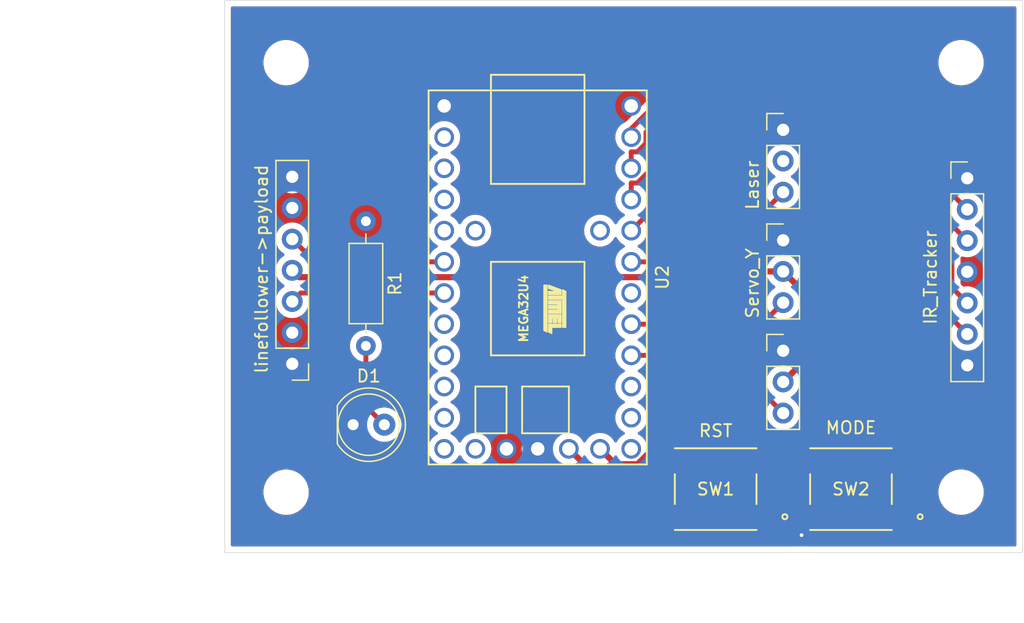
<source format=kicad_pcb>
(kicad_pcb (version 20241229) (generator "pcbnew") (generator_version "9.0")
  (layers (0 "F.Cu" signal) (2 "B.Cu" signal) (13 "F.Paste" user) (15 "B.Paste" user) (5 "F.SilkS" user "F.Silkscreen") (7 "B.SilkS" user "B.Silkscreen") (1 "F.Mask" user) (3 "B.Mask" user) (25 "Edge.Cuts" user))
  (net 0 "")
  (net 1 "GND")
  (net 2 "/ServoX_Sig")
  (net 3 "/VBATT")
  (net 4 "/ServoY_Sig")
  (net 5 "/S2")
  (net 6 "/S4")
  (net 7 "/S3")
  (net 8 "/S1")
  (net 9 "+5V")
  (net 10 "/Laser_EN")
  (net 12 "/slowZone_Sig")
  (net 13 "/tracking_Sig")
  (net 30 "Net-(D1-A)")
  (net 31 "Net-(U2-PD4_ADC8_ICP1)")
  (net 32 "Net-(SW1-A)")
  (footprint "Connector_PinHeader_2.54mm:PinHeader_1x07_P2.54mm_Vertical" (layer "F.Cu") (at 107.5 102.54 180)
    (property "Reference" "J5" (hide yes))
    (property "Value" "linefollower->payload" (at 2.5 7.72 90) (layer "F.SilkS"))
    (fp_line (start 1.33 1.27) (end 1.33 16.57) (stroke (width 0.12)) (layer "F.SilkS"))
    (fp_line (start -1.33 16.57) (end 1.33 16.57) (stroke (width 0.12)) (layer "F.SilkS"))
    (fp_line (start -1.33 1.27) (end 1.33 1.27) (stroke (width 0.12)) (layer "F.SilkS"))
    (fp_line (start -1.33 1.27) (end -1.33 16.57) (stroke (width 0.12)) (layer "F.SilkS"))
    (fp_line (start -1.33 0) (end -1.33 -1.33) (stroke (width 0.12)) (layer "F.SilkS"))
    (fp_line (start -1.33 -1.33) (end 0 -1.33) (stroke (width 0.12)) (layer "F.SilkS"))
    (pad "1" thru_hole rect (at 0 0 180) (size 1.7 1.7) (drill 1) (layers "*.Cu" "*.Mask") (net 1 "GND"))
    (pad "2" thru_hole oval (at 0 2.54 180) (size 1.7 1.7) (drill 1) (layers "*.Cu" "*.Mask") (net 9 "+5V"))
    (pad "3" thru_hole oval (at 0 5.08 180) (size 1.7 1.7) (drill 1) (layers "*.Cu" "*.Mask") (net 13 "/tracking_Sig"))
    (pad "4" thru_hole oval (at 0 7.62 180) (size 1.7 1.7) (drill 1) (layers "*.Cu" "*.Mask") (net 3 "/VBATT"))
    (pad "5" thru_hole oval (at 0 10.16 180) (size 1.7 1.7) (drill 1) (layers "*.Cu" "*.Mask") (net 12 "/slowZone_Sig"))
    (pad "6" thru_hole oval (at 0 12.7 180) (size 1.7 1.7) (drill 1) (layers "*.Cu" "*.Mask") (net 9 "+5V"))
    (pad "7" thru_hole oval (at 0 15.24 180) (size 1.7 1.7) (drill 1) (layers "*.Cu" "*.Mask") (net 1 "GND"))
  )
  (footprint "MountingHole:MountingHole_3.2mm_M3" (layer "F.Cu") (at 162 78)
    (property "Reference" "H2" (hide yes))
    (property "Value" "MountingHole")
    (pad "" np_thru_hole circle (at 0 0) (size 3.2 3.2) (drill 3.2) (layers "*.Cu" "*.Mask"))
  )
  (footprint "MountingHole:MountingHole_3.2mm_M3" (layer "F.Cu") (at 107 78)
    (property "Reference" "H1" (hide yes))
    (property "Value" "MountingHole")
    (pad "" np_thru_hole circle (at 0 0) (size 3.2 3.2) (drill 3.2) (layers "*.Cu" "*.Mask"))
  )
  (footprint "Resistor_THT:R_Axial_DIN0207_L6.3mm_D2.5mm_P10.16mm_Horizontal" (layer "F.Cu") (at 113.5 90.92 -90)
    (property "Reference" "R1" (at 5.08 -2.37 90) (layer "F.SilkS"))
    (property "Value" "100R")
    (fp_line (start 1.81 1.37) (end 8.35 1.37) (stroke (width 0.12)) (layer "F.SilkS"))
    (fp_line (start 8.35 1.37) (end 8.35 -1.37) (stroke (width 0.12)) (layer "F.SilkS"))
    (fp_line (start 1.04 0) (end 1.81 0) (stroke (width 0.12)) (layer "F.SilkS"))
    (fp_line (start 9.12 0) (end 8.35 0) (stroke (width 0.12)) (layer "F.SilkS"))
    (fp_line (start 1.81 -1.37) (end 1.81 1.37) (stroke (width 0.12)) (layer "F.SilkS"))
    (fp_line (start 8.35 -1.37) (end 1.81 -1.37) (stroke (width 0.12)) (layer "F.SilkS"))
    (pad "1" thru_hole circle (at 0 0 270) (size 1.6 1.6) (drill 0.8) (layers "*.Cu" "*.Mask") (net 9 "+5V"))
    (pad "2" thru_hole oval (at 10.16 0 270) (size 1.6 1.6) (drill 0.8) (layers "*.Cu" "*.Mask") (net 30 "Net-(D1-A)"))
  )
  (footprint "Connector_PinHeader_2.54mm:PinHeader_1x03_P2.54mm_Vertical" (layer "F.Cu") (at 147.5 92.475)
    (property "Reference" "J2" (hide yes))
    (property "Value" "Servo_Y" (at -2.5 3.5 90) (layer "F.SilkS"))
    (fp_line (start -1.33 -1.33) (end 0 -1.33) (stroke (width 0.12)) (layer "F.SilkS"))
    (fp_line (start -1.33 0) (end -1.33 -1.33) (stroke (width 0.12)) (layer "F.SilkS"))
    (fp_line (start -1.33 1.27) (end -1.33 6.41) (stroke (width 0.12)) (layer "F.SilkS"))
    (fp_line (start -1.33 1.27) (end 1.33 1.27) (stroke (width 0.12)) (layer "F.SilkS"))
    (fp_line (start -1.33 6.41) (end 1.33 6.41) (stroke (width 0.12)) (layer "F.SilkS"))
    (fp_line (start 1.33 1.27) (end 1.33 6.41) (stroke (width 0.12)) (layer "F.SilkS"))
    (pad "1" thru_hole rect (at 0 0) (size 1.7 1.7) (drill 1) (layers "*.Cu" "*.Mask") (net 1 "GND"))
    (pad "2" thru_hole oval (at 0 2.54) (size 1.7 1.7) (drill 1) (layers "*.Cu" "*.Mask") (net 3 "/VBATT"))
    (pad "3" thru_hole oval (at 0 5.08) (size 1.7 1.7) (drill 1) (layers "*.Cu" "*.Mask") (net 4 "/ServoY_Sig"))
  )
  (footprint "footprints:SO4_222A-M-V-B_CTS" (layer "F.Cu") (at 142 112.749999 180)
    (property "Reference" "SW1" (at 0 0 0) (layer "F.SilkS"))
    (property "Value" "RST" (at 0 4.750001 0) (layer "F.SilkS"))
    (fp_line (start 3.3274 1.217237) (end 3.3274 -1.217237) (stroke (width 0.1524)) (layer "F.SilkS"))
    (fp_line (start 3.3274 -3.3274) (end -3.3274 -3.3274) (stroke (width 0.1524)) (layer "F.SilkS"))
    (fp_line (start -3.3274 3.3274) (end 3.3274 3.3274) (stroke (width 0.1524)) (layer "F.SilkS"))
    (fp_line (start -3.3274 -1.217237) (end -3.3274 1.217237) (stroke (width 0.1524)) (layer "F.SilkS"))
    (fp_circle (center -5.638999 -2.250001) (end -5.435799 -2.250001) (stroke (width 0.1524)) (fill no) (layer "F.SilkS"))
    (pad "1" smd rect (at -3.974998 -2.250001 180) (size 1.549908 1.400048) (layers "F.Cu" "F.Mask" "F.Paste") (net 1 "GND"))
    (pad "2" smd rect (at -3.974998 2.250001 180) (size 1.549908 1.400048) (layers "F.Cu" "F.Mask" "F.Paste") (net 1 "GND"))
    (pad "3" smd rect (at 3.974998 -2.250001 180) (size 1.549908 1.400048) (layers "F.Cu" "F.Mask" "F.Paste") (net 32 "Net-(SW1-A)"))
    (pad "4" smd rect (at 3.974998 2.250001 180) (size 1.549908 1.400048) (layers "F.Cu" "F.Mask" "F.Paste") (net 32 "Net-(SW1-A)"))
  )
  (footprint "Connector_PinHeader_2.54mm:PinHeader_1x03_P2.54mm_Vertical" (layer "F.Cu") (at 147.5 101.475)
    (property "Reference" "J1" (hide yes))
    (property "Value" "Servo_X" (hide yes))
    (fp_line (start -1.33 -1.33) (end 0 -1.33) (stroke (width 0.12)) (layer "F.SilkS"))
    (fp_line (start -1.33 0) (end -1.33 -1.33) (stroke (width 0.12)) (layer "F.SilkS"))
    (fp_line (start -1.33 1.27) (end -1.33 6.41) (stroke (width 0.12)) (layer "F.SilkS"))
    (fp_line (start -1.33 1.27) (end 1.33 1.27) (stroke (width 0.12)) (layer "F.SilkS"))
    (fp_line (start -1.33 6.41) (end 1.33 6.41) (stroke (width 0.12)) (layer "F.SilkS"))
    (fp_line (start 1.33 1.27) (end 1.33 6.41) (stroke (width 0.12)) (layer "F.SilkS"))
    (pad "1" thru_hole rect (at 0 0) (size 1.7 1.7) (drill 1) (layers "*.Cu" "*.Mask") (net 1 "GND"))
    (pad "2" thru_hole oval (at 0 2.54) (size 1.7 1.7) (drill 1) (layers "*.Cu" "*.Mask") (net 3 "/VBATT"))
    (pad "3" thru_hole oval (at 0 5.08) (size 1.7 1.7) (drill 1) (layers "*.Cu" "*.Mask") (net 2 "/ServoX_Sig"))
  )
  (footprint "LED_THT:LED_D5.0mm" (layer "F.Cu") (at 112.46 107.5)
    (property "Reference" "D1" (at 1.27 -3.96 0) (layer "F.SilkS"))
    (property "Value" "PWR")
    (fp_line (start -1.29 -1.545) (end -1.29 1.545) (stroke (width 0.12)) (layer "F.SilkS"))
    (fp_arc (start -1.29 -1.54483) (mid 2.071756 -2.880501) (end 4.26 -0.000048) (stroke (width 0.12)) (layer "F.SilkS"))
    (fp_arc (start 4.26 0.000048) (mid 2.071756 2.880501) (end -1.29 1.54483) (stroke (width 0.12)) (layer "F.SilkS"))
    (fp_circle (center 1.27 0) (end 3.77 0) (stroke (width 0.12)) (fill no) (layer "F.SilkS"))
    (pad "1" thru_hole rect (at 0 0) (size 1.8 1.8) (drill 0.9) (layers "*.Cu" "*.Mask") (net 1 "GND"))
    (pad "2" thru_hole circle (at 2.54 0) (size 1.8 1.8) (drill 0.9) (layers "*.Cu" "*.Mask") (net 30 "Net-(D1-A)"))
  )
  (footprint "footprints:SO4_222A-M-V-B_CTS" (layer "F.Cu") (at 153.025002 112.750001 180)
    (property "Reference" "SW2" (at 0 0 0) (layer "F.SilkS"))
    (property "Value" "MODE" (at 0 5 0) (layer "F.SilkS"))
    (fp_line (start 3.3274 1.217237) (end 3.3274 -1.217237) (stroke (width 0.1524)) (layer "F.SilkS"))
    (fp_line (start 3.3274 -3.3274) (end -3.3274 -3.3274) (stroke (width 0.1524)) (layer "F.SilkS"))
    (fp_line (start -3.3274 3.3274) (end 3.3274 3.3274) (stroke (width 0.1524)) (layer "F.SilkS"))
    (fp_line (start -3.3274 -1.217237) (end -3.3274 1.217237) (stroke (width 0.1524)) (layer "F.SilkS"))
    (fp_circle (center -5.638999 -2.250001) (end -5.435799 -2.250001) (stroke (width 0.1524)) (fill no) (layer "F.SilkS"))
    (pad "1" smd rect (at -3.974998 -2.250001 180) (size 1.549908 1.400048) (layers "F.Cu" "F.Mask" "F.Paste") (net 31 "Net-(U2-PD4_ADC8_ICP1)"))
    (pad "2" smd rect (at -3.974998 2.250001 180) (size 1.549908 1.400048) (layers "F.Cu" "F.Mask" "F.Paste") (net 31 "Net-(U2-PD4_ADC8_ICP1)"))
    (pad "3" smd rect (at 3.974998 -2.250001 180) (size 1.549908 1.400048) (layers "F.Cu" "F.Mask" "F.Paste") (net 1 "GND"))
    (pad "4" smd rect (at 3.974998 2.250001 180) (size 1.549908 1.400048) (layers "F.Cu" "F.Mask" "F.Paste") (net 1 "GND"))
  )
  (footprint "MountingHole:MountingHole_3.2mm_M3" (layer "F.Cu") (at 107 113)
    (property "Reference" "H3" (hide yes))
    (property "Value" "MountingHole")
    (pad "" np_thru_hole circle (at 0 0) (size 3.2 3.2) (drill 3.2) (layers "*.Cu" "*.Mask"))
  )
  (footprint "MountingHole:MountingHole_3.2mm_M3" (layer "F.Cu") (at 162 113)
    (property "Reference" "H4" (hide yes))
    (property "Value" "MountingHole")
    (pad "" np_thru_hole circle (at 0 0) (size 3.2 3.2) (drill 3.2) (layers "*.Cu" "*.Mask"))
  )
  (footprint "Connector_PinHeader_2.54mm:PinHeader_1x07_P2.54mm_Vertical" (layer "F.Cu") (at 162.5 87.42)
    (property "Reference" "J3" (hide yes))
    (property "Value" "IR_Tracker" (at -3 8.08 270) (layer "F.SilkS"))
    (fp_line (start -1.33 -1.33) (end 0 -1.33) (stroke (width 0.12)) (layer "F.SilkS"))
    (fp_line (start -1.33 0) (end -1.33 -1.33) (stroke (width 0.12)) (layer "F.SilkS"))
    (fp_line (start -1.33 1.27) (end -1.33 16.57) (stroke (width 0.12)) (layer "F.SilkS"))
    (fp_line (start -1.33 1.27) (end 1.33 1.27) (stroke (width 0.12)) (layer "F.SilkS"))
    (fp_line (start -1.33 16.57) (end 1.33 16.57) (stroke (width 0.12)) (layer "F.SilkS"))
    (fp_line (start 1.33 1.27) (end 1.33 16.57) (stroke (width 0.12)) (layer "F.SilkS"))
    (pad "1" thru_hole rect (at 0 0) (size 1.7 1.7) (drill 1) (layers "*.Cu" "*.Mask") (net 1 "GND"))
    (pad "2" thru_hole oval (at 0 2.54) (size 1.7 1.7) (drill 1) (layers "*.Cu" "*.Mask") (net 8 "/S1"))
    (pad "3" thru_hole oval (at 0 5.08) (size 1.7 1.7) (drill 1) (layers "*.Cu" "*.Mask") (net 5 "/S2"))
    (pad "4" thru_hole oval (at 0 7.62) (size 1.7 1.7) (drill 1) (layers "*.Cu" "*.Mask") (net 9 "+5V"))
    (pad "5" thru_hole oval (at 0 10.16) (size 1.7 1.7) (drill 1) (layers "*.Cu" "*.Mask") (net 7 "/S3"))
    (pad "6" thru_hole oval (at 0 12.7) (size 1.7 1.7) (drill 1) (layers "*.Cu" "*.Mask") (net 6 "/S4"))
    (pad "7" thru_hole oval (at 0 15.24) (size 1.7 1.7) (drill 1) (layers "*.Cu" "*.Mask") (net 1 "GND"))
  )
  (footprint "footprints:Teensy2.0" (layer "F.Cu") (at 127.5 95.5 -90)
    (property "Reference" "U2" (at 0 -10.16 90) (layer "F.SilkS"))
    (property "Value" "Teensy2.0_(C)")
    (fp_line (start -15.24 8.89) (end -15.24 -8.89) (stroke (width 0.15)) (layer "F.SilkS"))
    (fp_line (start 15.24 8.89) (end -15.24 8.89) (stroke (width 0.15)) (layer "F.SilkS"))
    (fp_line (start 8.89 5.08) (end 12.7 5.08) (stroke (width 0.15)) (layer "F.SilkS"))
    (fp_line (start 12.7 5.08) (end 12.7 2.54) (stroke (width 0.15)) (layer "F.SilkS"))
    (fp_line (start -16.51 3.81) (end -16.51 -3.81) (stroke (width 0.15)) (layer "F.SilkS"))
    (fp_line (start -7.62 3.81) (end -16.51 3.81) (stroke (width 0.15)) (layer "F.SilkS"))
    (fp_line (start -1.27 3.81) (end 6.35 3.81) (stroke (width 0.15)) (layer "F.SilkS"))
    (fp_line (start 6.35 3.81) (end 6.35 -3.81) (stroke (width 0.15)) (layer "F.SilkS"))
    (fp_line (start 8.89 2.54) (end 8.89 5.08) (stroke (width 0.15)) (layer "F.SilkS"))
    (fp_line (start 12.7 2.54) (end 8.89 2.54) (stroke (width 0.15)) (layer "F.SilkS"))
    (fp_line (start 8.89 1.27) (end 12.7 1.27) (stroke (width 0.15)) (layer "F.SilkS"))
    (fp_line (start 12.7 1.27) (end 12.7 -2.54) (stroke (width 0.15)) (layer "F.SilkS"))
    (fp_line (start 8.89 0) (end 8.89 1.27) (stroke (width 0.15)) (layer "F.SilkS"))
    (fp_line (start 8.89 -2.54) (end 8.89 0) (stroke (width 0.15)) (layer "F.SilkS"))
    (fp_line (start 12.7 -2.54) (end 8.89 -2.54) (stroke (width 0.15)) (layer "F.SilkS"))
    (fp_line (start -16.51 -3.81) (end -7.62 -3.81) (stroke (width 0.15)) (layer "F.SilkS"))
    (fp_line (start -7.62 -3.81) (end -7.62 3.81) (stroke (width 0.15)) (layer "F.SilkS"))
    (fp_line (start -1.27 -3.81) (end -1.27 3.81) (stroke (width 0.15)) (layer "F.SilkS"))
    (fp_line (start 6.35 -3.81) (end -1.27 -3.81) (stroke (width 0.15)) (layer "F.SilkS"))
    (fp_line (start -15.24 -8.89) (end 15.24 -8.89) (stroke (width 0.15)) (layer "F.SilkS"))
    (fp_line (start 15.24 -8.89) (end 15.24 8.89) (stroke (width 0.15)) (layer "F.SilkS"))
    (fp_poly (pts (xy 0.635 -0.762) (xy 4.445 -0.762) (xy 4.318 -0.508) (xy 0.635 -0.508)) (stroke (width 0.1)) (fill yes) (layer "F.SilkS"))
    (fp_poly (pts (xy 3.81 -1.905) (xy 3.81 -0.889) (xy 4.445 -0.889) (xy 4.572 -1.143) (xy 4.064 -1.143) (xy 4.064 -1.905)) (stroke (width 0.1)) (fill yes) (layer "F.SilkS"))
    (fp_poly (pts (xy 1.397 -0.889) (xy 1.397 -1.905) (xy 1.016 -1.905) (xy 0.635 -0.889) (xy 0.889 -0.889) (xy 1.143 -1.651) (xy 1.143 -0.889)) (stroke (width 0.1)) (fill yes) (layer "F.SilkS"))
    (fp_poly (pts (xy 4.064 -2.032) (xy 1.778 -2.032) (xy 1.778 -0.889) (xy 1.524 -0.889) (xy 1.524 -2.032) (xy 1.016 -2.032) (xy 1.143 -2.286) (xy 4.064 -2.286)) (stroke (width 0.1)) (fill yes) (layer "F.SilkS"))
    (fp_poly (pts (xy 2.921 -0.889) (xy 2.921 -1.905) (xy 1.905 -1.905) (xy 1.905 -0.889) (xy 2.159 -0.889) (xy 2.159 -1.651) (xy 2.286 -1.651) (xy 2.286 -0.889) (xy 2.54 -0.889) (xy 2.54 -1.651) (xy 2.667 -1.651) (xy 2.667 -0.889)) (stroke (width 0.1)) (fill yes) (layer "F.SilkS"))
    (fp_poly (pts (xy 3.048 -1.905) (xy 3.683 -1.905) (xy 3.683 -1.651) (xy 3.302 -1.651) (xy 3.302 -1.524) (xy 3.683 -1.524) (xy 3.683 -1.27) (xy 3.302 -1.27) (xy 3.302 -1.143) (xy 3.683 -1.143) (xy 3.683 -0.889) (xy 3.048 -0.889)) (stroke (width 0.1)) (fill yes) (layer "F.SilkS"))
    (fp_text user "MEGA32U4" (at 2.54 1.143 90) (layer "F.SilkS") (effects (font (size 0.7 0.7))))
    (pad "1" thru_hole rect (at -13.97 7.62 270) (size 1.6 1.6) (drill 1.1) (layers "*.Cu" "*.Mask") (net 1 "GND"))
    (pad "2" thru_hole circle (at -11.43 7.62 270) (size 1.6 1.6) (drill 1.1) (layers "*.Cu" "*.Mask"))
    (pad "3" thru_hole circle (at -8.89 7.62 270) (size 1.6 1.6) (drill 1.1) (layers "*.Cu" "*.Mask"))
    (pad "4" thru_hole circle (at -6.35 7.62 270) (size 1.6 1.6) (drill 1.1) (layers "*.Cu" "*.Mask"))
    (pad "5" thru_hole circle (at -3.81 7.62 270) (size 1.6 1.6) (drill 1.1) (layers "*.Cu" "*.Mask"))
    (pad "6" thru_hole circle (at -1.27 7.62 270) (size 1.6 1.6) (drill 1.1) (layers "*.Cu" "*.Mask") (net 12 "/slowZone_Sig"))
    (pad "7" thru_hole circle (at 1.27 7.62 270) (size 1.6 1.6) (drill 1.1) (layers "*.Cu" "*.Mask") (net 13 "/tracking_Sig"))
    (pad "8" thru_hole circle (at 3.81 7.62 270) (size 1.6 1.6) (drill 1.1) (layers "*.Cu" "*.Mask"))
    (pad "9" thru_hole circle (at 6.35 7.62 270) (size 1.6 1.6) (drill 1.1) (layers "*.Cu" "*.Mask"))
    (pad "10" thru_hole circle (at 8.89 7.62 270) (size 1.6 1.6) (drill 1.1) (layers "*.Cu" "*.Mask"))
    (pad "11" thru_hole circle (at 11.43 7.62 270) (size 1.6 1.6) (drill 1.1) (layers "*.Cu" "*.Mask"))
    (pad "12" thru_hole circle (at 13.97 7.62 270) (size 1.6 1.6) (drill 1.1) (layers "*.Cu" "*.Mask"))
    (pad "13" thru_hole circle (at 13.97 5.08 270) (size 1.6 1.6) (drill 1.1) (layers "*.Cu" "*.Mask"))
    (pad "14" thru_hole circle (at 13.97 2.54 270) (size 1.6 1.6) (drill 1.1) (layers "*.Cu" "*.Mask") (net 9 "+5V"))
    (pad "15" thru_hole circle (at 13.97 0 270) (size 1.6 1.6) (drill 1.1) (layers "*.Cu" "*.Mask") (net 1 "GND"))
    (pad "16" thru_hole circle (at 13.97 -2.54 270) (size 1.6 1.6) (drill 1.1) (layers "*.Cu" "*.Mask") (net 32 "Net-(SW1-A)"))
    (pad "17" thru_hole circle (at 13.97 -5.08 270) (size 1.6 1.6) (drill 1.1) (layers "*.Cu" "*.Mask") (net 31 "Net-(U2-PD4_ADC8_ICP1)"))
    (pad "18" thru_hole circle (at 13.97 -7.62 270) (size 1.6 1.6) (drill 1.1) (layers "*.Cu" "*.Mask"))
    (pad "19" thru_hole circle (at 11.43 -7.62 270) (size 1.6 1.6) (drill 1.1) (layers "*.Cu" "*.Mask"))
    (pad "20" thru_hole circle (at 8.89 -7.62 270) (size 1.6 1.6) (drill 1.1) (layers "*.Cu" "*.Mask"))
    (pad "21" thru_hole circle (at 6.35 -7.62 270) (size 1.6 1.6) (drill 1.1) (layers "*.Cu" "*.Mask") (net 2 "/ServoX_Sig"))
    (pad "22" thru_hole circle (at 3.81 -7.62 270) (size 1.6 1.6) (drill 1.1) (layers "*.Cu" "*.Mask") (net 4 "/ServoY_Sig"))
    (pad "23" thru_hole circle (at 1.27 -7.62 270) (size 1.6 1.6) (drill 1.1) (layers "*.Cu" "*.Mask"))
    (pad "24" thru_hole circle (at -1.27 -7.62 270) (size 1.6 1.6) (drill 1.1) (layers "*.Cu" "*.Mask") (net 10 "/Laser_EN"))
    (pad "25" thru_hole circle (at -3.81 -7.62 270) (size 1.6 1.6) (drill 1.1) (layers "*.Cu" "*.Mask") (net 6 "/S4"))
    (pad "26" thru_hole circle (at -6.35 -7.62 270) (size 1.6 1.6) (drill 1.1) (layers "*.Cu" "*.Mask") (net 7 "/S3"))
    (pad "27" thru_hole circle (at -8.89 -7.62 270) (size 1.6 1.6) (drill 1.1) (layers "*.Cu" "*.Mask") (net 5 "/S2"))
    (pad "28" thru_hole circle (at -11.43 -7.62 270) (size 1.6 1.6) (drill 1.1) (layers "*.Cu" "*.Mask") (net 8 "/S1"))
    (pad "29" thru_hole circle (at -13.97 -7.62 270) (size 1.6 1.6) (drill 1.1) (layers "*.Cu" "*.Mask") (net 9 "+5V"))
    (pad "30" thru_hole circle (at -3.81 5.08 270) (size 1.6 1.6) (drill 1.1) (layers "*.Cu" "*.Mask"))
    (pad "31" thru_hole circle (at -3.81 -5.08 270) (size 1.6 1.6) (drill 1.1) (layers "*.Cu" "*.Mask"))
  )
  (footprint "Connector_PinHeader_2.54mm:PinHeader_1x03_P2.54mm_Vertical" (layer "F.Cu") (at 147.5 83.475)
    (property "Reference" "J4" (hide yes))
    (property "Value" "Laser" (at -2.5 4.5 90) (layer "F.SilkS"))
    (fp_line (start -1.33 -1.33) (end 0 -1.33) (stroke (width 0.12)) (layer "F.SilkS"))
    (fp_line (start -1.33 0) (end -1.33 -1.33) (stroke (width 0.12)) (layer "F.SilkS"))
    (fp_line (start -1.33 1.27) (end -1.33 6.41) (stroke (width 0.12)) (layer "F.SilkS"))
    (fp_line (start -1.33 1.27) (end 1.33 1.27) (stroke (width 0.12)) (layer "F.SilkS"))
    (fp_line (start -1.33 6.41) (end 1.33 6.41) (stroke (width 0.12)) (layer "F.SilkS"))
    (fp_line (start 1.33 1.27) (end 1.33 6.41) (stroke (width 0.12)) (layer "F.SilkS"))
    (pad "1" thru_hole rect (at 0 0) (size 1.7 1.7) (drill 1) (layers "*.Cu" "*.Mask") (net 1 "GND"))
    (pad "2" thru_hole oval (at 0 2.54) (size 1.7 1.7) (drill 1) (layers "*.Cu" "*.Mask"))
    (pad "3" thru_hole oval (at 0 5.08) (size 1.7 1.7) (drill 1) (layers "*.Cu" "*.Mask") (net 10 "/Laser_EN"))
  )
  (gr_rect (start 102 72.92) (end 167 117.92) (stroke (width 0.05)) (fill no) (layer "Edge.Cuts"))
  (segment (start 145.974998 110.499998) (end 149.050002 110.499998) (width 0.5) (layer "F.Cu") (net 1))
  (segment (start 145.974998 110.499998) (end 145.974998 115) (width 0.5) (layer "F.Cu") (net 1))
  (segment (start 149 116.5) (end 149 115.050006) (width 0.5) (layer "F.Cu") (net 1))
  (segment (start 149.050004 110.5) (end 149.050004 115.000002) (width 0.5) (layer "F.Cu") (net 1))
  (segment (start 149.050002 110.499998) (end 149.050004 110.5) (width 0.5) (layer "F.Cu") (net 1))
  (segment (start 149 115.050006) (end 149.050004 115.000002) (width 0.5) (layer "F.Cu") (net 1))
  (via (at 149 116.5) (size 0.6) (drill 0.3) (layers "F.Cu" "B.Cu") (net 1))
  (segment (start 135.12 101.85) (end 142.795 101.85) (width 0.4) (layer "F.Cu") (net 2))
  (segment (start 142.795 101.85) (end 147.5 106.555) (width 0.4) (layer "F.Cu") (net 2))
  (segment (start 142.52 95.48) (end 142.985 95.015) (width 0.5) (layer "F.Cu") (net 3))
  (segment (start 149.5 97.015) (end 149.5 102.015) (width 0.5) (layer "F.Cu") (net 3))
  (segment (start 107.5 94.92) (end 108.06 95.48) (width 0.5) (layer "F.Cu") (net 3))
  (segment (start 147.5 95.015) (end 149.5 97.015) (width 0.5) (layer "F.Cu") (net 3))
  (segment (start 108.06 95.48) (end 142.52 95.48) (width 0.5) (layer "F.Cu") (net 3))
  (segment (start 149.5 102.015) (end 147.5 104.015) (width 0.5) (layer "F.Cu") (net 3))
  (segment (start 142.985 95.015) (end 147.5 95.015) (width 0.5) (layer "F.Cu") (net 3))
  (segment (start 145.745 99.31) (end 147.5 97.555) (width 0.4) (layer "F.Cu") (net 4))
  (segment (start 135.12 99.31) (end 145.745 99.31) (width 0.4) (layer "F.Cu") (net 4))
  (segment (start 135.617057 85.27) (end 136.32 84.567057) (width 0.4) (layer "F.Cu") (net 5))
  (segment (start 135.12 86.61) (end 135.12 85.27) (width 0.4) (layer "F.Cu") (net 5))
  (segment (start 160 84.5) (end 160 90) (width 0.4) (layer "F.Cu") (net 5))
  (segment (start 160 90) (end 162.5 92.5) (width 0.4) (layer "F.Cu") (net 5))
  (segment (start 136.32 84.567057) (end 136.32 83.68) (width 0.4) (layer "F.Cu") (net 5))
  (segment (start 135.12 85.27) (end 135.617057 85.27) (width 0.4) (layer "F.Cu") (net 5))
  (segment (start 162.5 92) (end 162.5 92.5) (width 0.4) (layer "F.Cu") (net 5))
  (segment (start 153 77.5) (end 160 84.5) (width 0.4) (layer "F.Cu") (net 5))
  (segment (start 136.32 83.68) (end 142.5 77.5) (width 0.4) (layer "F.Cu") (net 5))
  (segment (start 142.5 77.5) (end 153 77.5) (width 0.4) (layer "F.Cu") (net 5))
  (segment (start 152 79.5) (end 158 85.5) (width 0.4) (layer "F.Cu") (net 6))
  (segment (start 138 88.81) (end 138 85) (width 0.4) (layer "F.Cu") (net 6))
  (segment (start 143.5 79.5) (end 152 79.5) (width 0.4) (layer "F.Cu") (net 6))
  (segment (start 138 85) (end 143.5 79.5) (width 0.4) (layer "F.Cu") (net 6))
  (segment (start 158 85.5) (end 158 95.62) (width 0.4) (layer "F.Cu") (net 6))
  (segment (start 135.12 91.69) (end 138 88.81) (width 0.4) (layer "F.Cu") (net 6))
  (segment (start 158 95.62) (end 162.5 100.12) (width 0.4) (layer "F.Cu") (net 6))
  (segment (start 136.92 84.58) (end 143 78.5) (width 0.4) (layer "F.Cu") (net 7))
  (segment (start 159 91) (end 161.25 93.25) (width 0.4) (layer "F.Cu") (net 7))
  (segment (start 143 78.5) (end 152.5 78.5) (width 0.4) (layer "F.Cu") (net 7))
  (segment (start 161.25 96.33) (end 162.5 97.58) (width 0.4) (layer "F.Cu") (net 7))
  (segment (start 152.5 78.5) (end 159 85) (width 0.4) (layer "F.Cu") (net 7))
  (segment (start 135.12 87.81) (end 135.617057 87.81) (width 0.4) (layer "F.Cu") (net 7))
  (segment (start 135.12 89.15) (end 135.12 87.81) (width 0.4) (layer "F.Cu") (net 7))
  (segment (start 135.617057 87.81) (end 136.92 86.507057) (width 0.4) (layer "F.Cu") (net 7))
  (segment (start 136.92 86.507057) (end 136.92 84.58) (width 0.4) (layer "F.Cu") (net 7))
  (segment (start 161.25 93.25) (end 161.25 96.33) (width 0.4) (layer "F.Cu") (net 7))
  (segment (start 159 85) (end 159 91) (width 0.4) (layer "F.Cu") (net 7))
  (segment (start 161.25 84.23) (end 161.25 88.71) (width 0.4) (layer "F.Cu") (net 8))
  (segment (start 153.52 76.5) (end 161.25 84.23) (width 0.4) (layer "F.Cu") (net 8))
  (segment (start 135.12 84.07) (end 135.12 83.38) (width 0.4) (layer "F.Cu") (net 8))
  (segment (start 142 76.5) (end 153.52 76.5) (width 0.4) (layer "F.Cu") (net 8))
  (segment (start 161.25 88.71) (end 162.5 89.96) (width 0.4) (layer "F.Cu") (net 8))
  (segment (start 135.12 83.38) (end 142 76.5) (width 0.4) (layer "F.Cu") (net 8))
  (segment (start 135.12 94.23) (end 141.825 94.23) (width 0.4) (layer "F.Cu") (net 10))
  (segment (start 141.825 94.23) (end 147.5 88.555) (width 0.4) (layer "F.Cu") (net 10))
  (segment (start 119.88 94.23) (end 109.35 94.23) (width 0.4) (layer "F.Cu") (net 12))
  (segment (start 109.35 94.23) (end 107.5 92.38) (width 0.4) (layer "F.Cu") (net 12))
  (segment (start 119.88 96.77) (end 108.19 96.77) (width 0.4) (layer "F.Cu") (net 13))
  (segment (start 108.19 96.77) (end 107.5 97.46) (width 0.4) (layer "F.Cu") (net 13))
  (segment (start 113.5 101.16) (end 113.5 106) (width 0.4) (layer "F.Cu") (net 30))
  (segment (start 113.5 106) (end 115 107.5) (width 0.4) (layer "F.Cu") (net 30))
  (segment (start 152.5 108.5) (end 137.859182 108.5) (width 0.5) (layer "F.Cu") (net 31))
  (segment (start 135.638182 110.721) (end 133.831 110.721) (width 0.5) (layer "F.Cu") (net 31))
  (segment (start 154.5 110.5) (end 152.5 108.5) (width 0.5) (layer "F.Cu") (net 31))
  (segment (start 157 110.5) (end 154.5 110.5) (width 0.5) (layer "F.Cu") (net 31))
  (segment (start 133.831 110.721) (end 132.58 109.47) (width 0.5) (layer "F.Cu") (net 31))
  (segment (start 137.859182 108.5) (end 135.638182 110.721) (width 0.5) (layer "F.Cu") (net 31))
  (segment (start 157 110.5) (end 157 115.000002) (width 0.5) (layer "F.Cu") (net 31))
  (segment (start 135.57 115) (end 130.04 109.47) (width 0.5) (layer "F.Cu") (net 32))
  (segment (start 138.025002 115) (end 135.57 115) (width 0.5) (layer "F.Cu") (net 32))
  (segment (start 138.025002 115) (end 138.025002 110.499998) (width 0.5) (layer "F.Cu") (net 32))
  (zone (net 9) (net_name "+5V") (layer "F.Cu") (connect_pads yes (clearance 0.5)) (min_thickness 0.25) (fill yes (thermal_gap 0.5) (thermal_bridge_width 0.5))
    (polygon (pts (xy 167 118) (xy 102 118) (xy 102 73) (xy 167 73)))
  )
  (zone (net 1) (net_name "GND") (layer "B.Cu") (priority 1) (connect_pads yes (clearance 0.5)) (min_thickness 0.25) (fill yes (thermal_gap 0.5) (thermal_bridge_width 0.5))
    (polygon (pts (xy 167 73) (xy 167 118) (xy 102 118) (xy 102 73)))
  )
)
</source>
